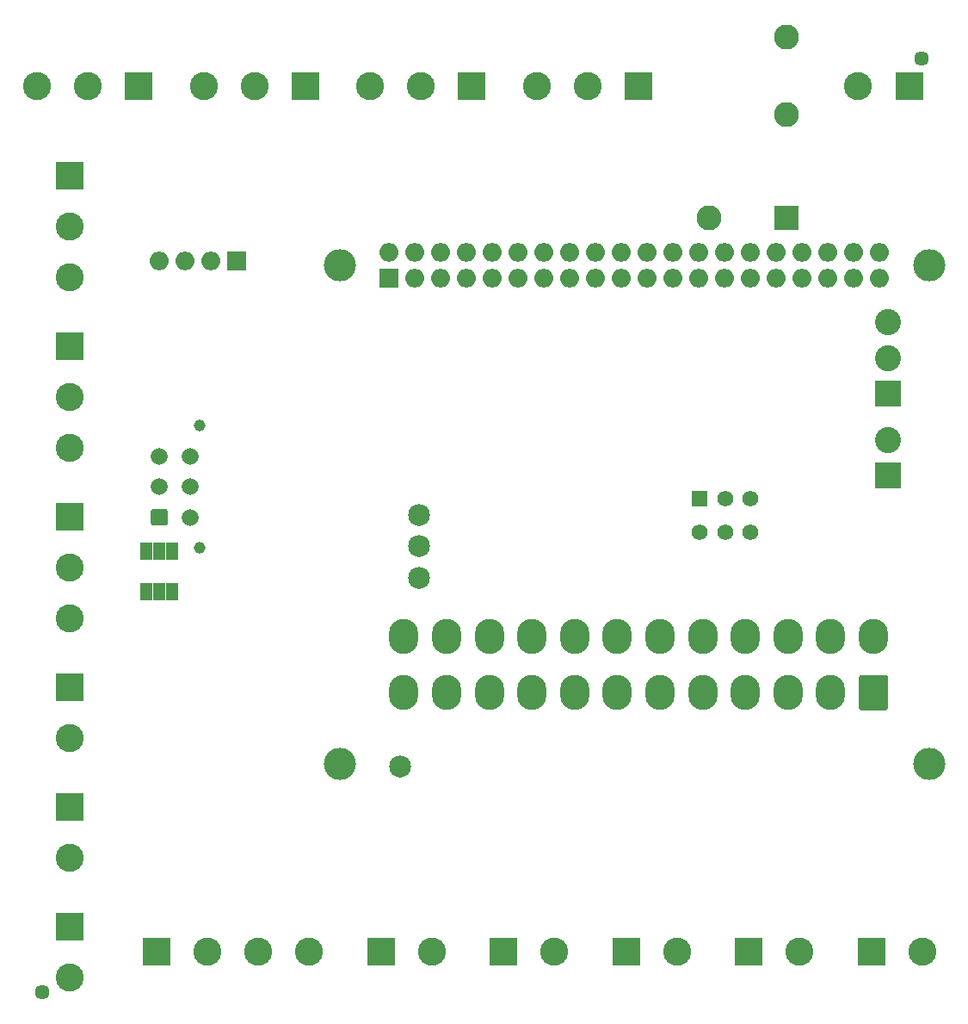
<source format=gbr>
G04 #@! TF.GenerationSoftware,KiCad,Pcbnew,(5.1.5)-3*
G04 #@! TF.CreationDate,2020-03-21T18:00:00+01:00*
G04 #@! TF.ProjectId,fusioncore,66757369-6f6e-4636-9f72-652e6b696361,A*
G04 #@! TF.SameCoordinates,Original*
G04 #@! TF.FileFunction,Soldermask,Bot*
G04 #@! TF.FilePolarity,Negative*
%FSLAX46Y46*%
G04 Gerber Fmt 4.6, Leading zero omitted, Abs format (unit mm)*
G04 Created by KiCad (PCBNEW (5.1.5)-3) date 2020-03-21 18:00:00*
%MOMM*%
%LPD*%
G04 APERTURE LIST*
%ADD10C,0.150000*%
%ADD11O,2.860000X3.460000*%
%ADD12R,1.160000X1.660000*%
%ADD13C,2.760000*%
%ADD14R,2.760000X2.760000*%
%ADD15C,2.560000*%
%ADD16R,2.560000X2.560000*%
%ADD17C,2.460000*%
%ADD18R,2.460000X2.460000*%
%ADD19C,1.448000*%
%ADD20O,1.860000X1.860000*%
%ADD21R,1.860000X1.860000*%
%ADD22C,1.660000*%
%ADD23C,1.160000*%
%ADD24C,1.560000*%
%ADD25R,1.560000X1.560000*%
%ADD26C,2.160000*%
%ADD27C,3.160000*%
G04 APERTURE END LIST*
D10*
G04 #@! TO.C,J2*
G36*
X135765141Y-104609275D02*
G01*
X135790848Y-104613088D01*
X135816057Y-104619403D01*
X135840525Y-104628158D01*
X135864018Y-104639269D01*
X135886308Y-104652629D01*
X135907182Y-104668110D01*
X135926437Y-104685563D01*
X135943890Y-104704818D01*
X135959371Y-104725692D01*
X135972731Y-104747982D01*
X135983842Y-104771475D01*
X135992597Y-104795943D01*
X135998912Y-104821152D01*
X136002725Y-104846859D01*
X136004000Y-104872815D01*
X136004000Y-107803185D01*
X136002725Y-107829141D01*
X135998912Y-107854848D01*
X135992597Y-107880057D01*
X135983842Y-107904525D01*
X135972731Y-107928018D01*
X135959371Y-107950308D01*
X135943890Y-107971182D01*
X135926437Y-107990437D01*
X135907182Y-108007890D01*
X135886308Y-108023371D01*
X135864018Y-108036731D01*
X135840525Y-108047842D01*
X135816057Y-108056597D01*
X135790848Y-108062912D01*
X135765141Y-108066725D01*
X135739185Y-108068000D01*
X133408815Y-108068000D01*
X133382859Y-108066725D01*
X133357152Y-108062912D01*
X133331943Y-108056597D01*
X133307475Y-108047842D01*
X133283982Y-108036731D01*
X133261692Y-108023371D01*
X133240818Y-108007890D01*
X133221563Y-107990437D01*
X133204110Y-107971182D01*
X133188629Y-107950308D01*
X133175269Y-107928018D01*
X133164158Y-107904525D01*
X133155403Y-107880057D01*
X133149088Y-107854848D01*
X133145275Y-107829141D01*
X133144000Y-107803185D01*
X133144000Y-104872815D01*
X133145275Y-104846859D01*
X133149088Y-104821152D01*
X133155403Y-104795943D01*
X133164158Y-104771475D01*
X133175269Y-104747982D01*
X133188629Y-104725692D01*
X133204110Y-104704818D01*
X133221563Y-104685563D01*
X133240818Y-104668110D01*
X133261692Y-104652629D01*
X133283982Y-104639269D01*
X133307475Y-104628158D01*
X133331943Y-104619403D01*
X133357152Y-104613088D01*
X133382859Y-104609275D01*
X133408815Y-104608000D01*
X135739185Y-104608000D01*
X135765141Y-104609275D01*
G37*
D11*
X130374000Y-106338000D03*
X126174000Y-106338000D03*
X121974000Y-106338000D03*
X117774000Y-106338000D03*
X113574000Y-106338000D03*
X109374000Y-106338000D03*
X105174000Y-106338000D03*
X100974000Y-106338000D03*
X96774000Y-106338000D03*
X92574000Y-106338000D03*
X88374000Y-106338000D03*
X134574000Y-100838000D03*
X130374000Y-100838000D03*
X126174000Y-100838000D03*
X121974000Y-100838000D03*
X117774000Y-100838000D03*
X113574000Y-100838000D03*
X109374000Y-100838000D03*
X105174000Y-100838000D03*
X100974000Y-100838000D03*
X96774000Y-100838000D03*
X92574000Y-100838000D03*
X88374000Y-100838000D03*
G04 #@! TD*
D12*
G04 #@! TO.C,JP4*
X63000000Y-92400000D03*
X64300000Y-92400000D03*
X65600000Y-92400000D03*
G04 #@! TD*
G04 #@! TO.C,JP3*
X63000000Y-96400000D03*
X64300000Y-96400000D03*
X65600000Y-96400000D03*
G04 #@! TD*
D13*
G04 #@! TO.C,J24*
X133087100Y-46697900D03*
D14*
X138087100Y-46697900D03*
G04 #@! TD*
D15*
G04 #@! TO.C,J4*
X136004300Y-69936600D03*
X136004300Y-73436600D03*
D16*
X136004300Y-76936600D03*
G04 #@! TD*
D15*
G04 #@! TO.C,J15*
X136000000Y-81500000D03*
D16*
X136000000Y-85000000D03*
G04 #@! TD*
D17*
G04 #@! TO.C,K1*
X118376700Y-59677300D03*
X125996700Y-41897300D03*
X125996700Y-49517300D03*
D18*
X125996700Y-59677300D03*
G04 #@! TD*
D19*
G04 #@! TO.C,H5*
X52800000Y-135800000D03*
G04 #@! TD*
G04 #@! TO.C,H6*
X139300000Y-44000000D03*
G04 #@! TD*
D20*
G04 #@! TO.C,J12*
X64325500Y-63881000D03*
X66865500Y-63881000D03*
X69405500Y-63881000D03*
D21*
X71945500Y-63881000D03*
G04 #@! TD*
D22*
G04 #@! TO.C,J13*
X67312800Y-83103200D03*
X67312800Y-86103200D03*
X67312800Y-89103200D03*
X64312800Y-83103200D03*
X64312800Y-86103200D03*
D10*
G36*
X64893251Y-88274532D02*
G01*
X64920108Y-88278516D01*
X64946445Y-88285113D01*
X64972009Y-88294260D01*
X64996553Y-88305868D01*
X65019841Y-88319827D01*
X65041649Y-88336001D01*
X65061766Y-88354234D01*
X65079999Y-88374351D01*
X65096173Y-88396159D01*
X65110132Y-88419447D01*
X65121740Y-88443991D01*
X65130887Y-88469555D01*
X65137484Y-88495892D01*
X65141468Y-88522749D01*
X65142800Y-88549867D01*
X65142800Y-89656533D01*
X65141468Y-89683651D01*
X65137484Y-89710508D01*
X65130887Y-89736845D01*
X65121740Y-89762409D01*
X65110132Y-89786953D01*
X65096173Y-89810241D01*
X65079999Y-89832049D01*
X65061766Y-89852166D01*
X65041649Y-89870399D01*
X65019841Y-89886573D01*
X64996553Y-89900532D01*
X64972009Y-89912140D01*
X64946445Y-89921287D01*
X64920108Y-89927884D01*
X64893251Y-89931868D01*
X64866133Y-89933200D01*
X63759467Y-89933200D01*
X63732349Y-89931868D01*
X63705492Y-89927884D01*
X63679155Y-89921287D01*
X63653591Y-89912140D01*
X63629047Y-89900532D01*
X63605759Y-89886573D01*
X63583951Y-89870399D01*
X63563834Y-89852166D01*
X63545601Y-89832049D01*
X63529427Y-89810241D01*
X63515468Y-89786953D01*
X63503860Y-89762409D01*
X63494713Y-89736845D01*
X63488116Y-89710508D01*
X63484132Y-89683651D01*
X63482800Y-89656533D01*
X63482800Y-88549867D01*
X63484132Y-88522749D01*
X63488116Y-88495892D01*
X63494713Y-88469555D01*
X63503860Y-88443991D01*
X63515468Y-88419447D01*
X63529427Y-88396159D01*
X63545601Y-88374351D01*
X63563834Y-88354234D01*
X63583951Y-88336001D01*
X63605759Y-88319827D01*
X63629047Y-88305868D01*
X63653591Y-88294260D01*
X63679155Y-88285113D01*
X63705492Y-88278516D01*
X63732349Y-88274532D01*
X63759467Y-88273200D01*
X64866133Y-88273200D01*
X64893251Y-88274532D01*
G37*
D23*
X68252800Y-80103200D03*
X68252800Y-92103200D03*
G04 #@! TD*
D24*
G04 #@! TO.C,SW1*
X122487700Y-90549000D03*
X119987700Y-90549000D03*
X117487700Y-90549000D03*
X122487700Y-87249000D03*
X119987700Y-87249000D03*
D25*
X117487700Y-87249000D03*
G04 #@! TD*
D26*
G04 #@! TO.C,TP4*
X87985600Y-113639600D03*
G04 #@! TD*
G04 #@! TO.C,TP3*
X89865200Y-91948000D03*
G04 #@! TD*
G04 #@! TO.C,TP2*
X89865200Y-95097600D03*
G04 #@! TD*
G04 #@! TO.C,TP1*
X89865200Y-88849200D03*
G04 #@! TD*
D13*
G04 #@! TO.C,J20*
X52280800Y-46710600D03*
X57280800Y-46710600D03*
D14*
X62280800Y-46710600D03*
G04 #@! TD*
D13*
G04 #@! TO.C,J19*
X55511700Y-65549800D03*
X55511700Y-60549800D03*
D14*
X55511700Y-55549800D03*
G04 #@! TD*
D13*
G04 #@! TO.C,J18*
X55524400Y-82314820D03*
X55524400Y-77314820D03*
D14*
X55524400Y-72314820D03*
G04 #@! TD*
D13*
G04 #@! TO.C,J17*
X55524400Y-99079840D03*
X55524400Y-94079840D03*
D14*
X55524400Y-89079840D03*
G04 #@! TD*
D13*
G04 #@! TO.C,J14*
X101455200Y-46710600D03*
X106455200Y-46710600D03*
D14*
X111455200Y-46710600D03*
G04 #@! TD*
D13*
G04 #@! TO.C,J23*
X55524400Y-122609880D03*
D14*
X55524400Y-117609880D03*
G04 #@! TD*
D13*
G04 #@! TO.C,J22*
X55524400Y-134374900D03*
D14*
X55524400Y-129374900D03*
G04 #@! TD*
D13*
G04 #@! TO.C,J21*
X55524400Y-110844860D03*
D14*
X55524400Y-105844860D03*
G04 #@! TD*
D13*
G04 #@! TO.C,J5*
X85063732Y-46710600D03*
X90063732Y-46710600D03*
D14*
X95063732Y-46710600D03*
G04 #@! TD*
D13*
G04 #@! TO.C,J3*
X68672266Y-46710600D03*
X73672266Y-46710600D03*
D14*
X78672266Y-46710600D03*
G04 #@! TD*
D13*
G04 #@! TO.C,J11*
X91121332Y-131826000D03*
D14*
X86121332Y-131826000D03*
G04 #@! TD*
D13*
G04 #@! TO.C,J10*
X103182498Y-131826000D03*
D14*
X98182498Y-131826000D03*
G04 #@! TD*
D13*
G04 #@! TO.C,J9*
X139366000Y-131826000D03*
D14*
X134366000Y-131826000D03*
G04 #@! TD*
D13*
G04 #@! TO.C,J8*
X115243664Y-131826000D03*
D14*
X110243664Y-131826000D03*
G04 #@! TD*
D13*
G04 #@! TO.C,J7*
X127304830Y-131826000D03*
D14*
X122304830Y-131826000D03*
G04 #@! TD*
D21*
G04 #@! TO.C,J1*
X86920000Y-65590000D03*
D20*
X86920000Y-63050000D03*
X89460000Y-65590000D03*
X89460000Y-63050000D03*
X92000000Y-65590000D03*
X92000000Y-63050000D03*
X94540000Y-65590000D03*
X94540000Y-63050000D03*
X97080000Y-65590000D03*
X97080000Y-63050000D03*
X99620000Y-65590000D03*
X99620000Y-63050000D03*
X102160000Y-65590000D03*
X102160000Y-63050000D03*
X104700000Y-65590000D03*
X104700000Y-63050000D03*
X107240000Y-65590000D03*
X107240000Y-63050000D03*
X109780000Y-65590000D03*
X109780000Y-63050000D03*
X112320000Y-65590000D03*
X112320000Y-63050000D03*
X114860000Y-65590000D03*
X114860000Y-63050000D03*
X117400000Y-65590000D03*
X117400000Y-63050000D03*
X119940000Y-65590000D03*
X119940000Y-63050000D03*
X122480000Y-65590000D03*
X122480000Y-63050000D03*
X125020000Y-65590000D03*
X125020000Y-63050000D03*
X127560000Y-65590000D03*
X127560000Y-63050000D03*
X130100000Y-65590000D03*
X130100000Y-63050000D03*
X132640000Y-65590000D03*
X132640000Y-63050000D03*
X135180000Y-65590000D03*
X135180000Y-63050000D03*
G04 #@! TD*
D27*
G04 #@! TO.C,H1*
X82040000Y-64310000D03*
G04 #@! TD*
G04 #@! TO.C,H2*
X140040000Y-64330000D03*
G04 #@! TD*
G04 #@! TO.C,H3*
X82040000Y-113320000D03*
G04 #@! TD*
G04 #@! TO.C,H4*
X140030000Y-113310000D03*
G04 #@! TD*
D14*
G04 #@! TO.C,J16*
X64060166Y-131826000D03*
D13*
X69060166Y-131826000D03*
X74060166Y-131826000D03*
X79060166Y-131826000D03*
G04 #@! TD*
M02*

</source>
